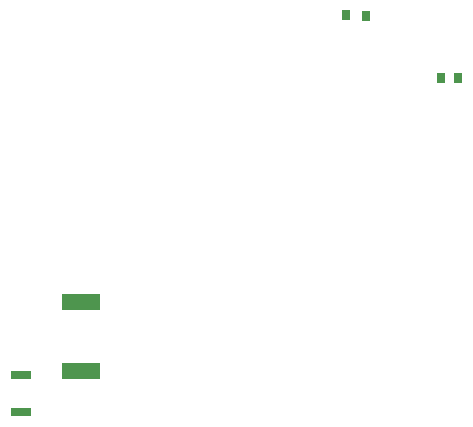
<source format=gbp>
G04*
G04 #@! TF.GenerationSoftware,Altium Limited,Altium Designer,22.4.2 (48)*
G04*
G04 Layer_Color=128*
%FSLAX25Y25*%
%MOIN*%
G70*
G04*
G04 #@! TF.SameCoordinates,2E2B2F14-C775-4052-8AD3-083FCFC3520C*
G04*
G04*
G04 #@! TF.FilePolarity,Positive*
G04*
G01*
G75*
%ADD15R,0.12992X0.05315*%
%ADD20R,0.03150X0.03543*%
%ADD64R,0.06693X0.03150*%
D15*
X52165Y-270000D02*
D03*
Y-293032D02*
D03*
D20*
X147008Y-174449D02*
D03*
X140472Y-174409D02*
D03*
X177559Y-195276D02*
D03*
X172047D02*
D03*
D64*
X32165Y-306634D02*
D03*
Y-294429D02*
D03*
M02*

</source>
